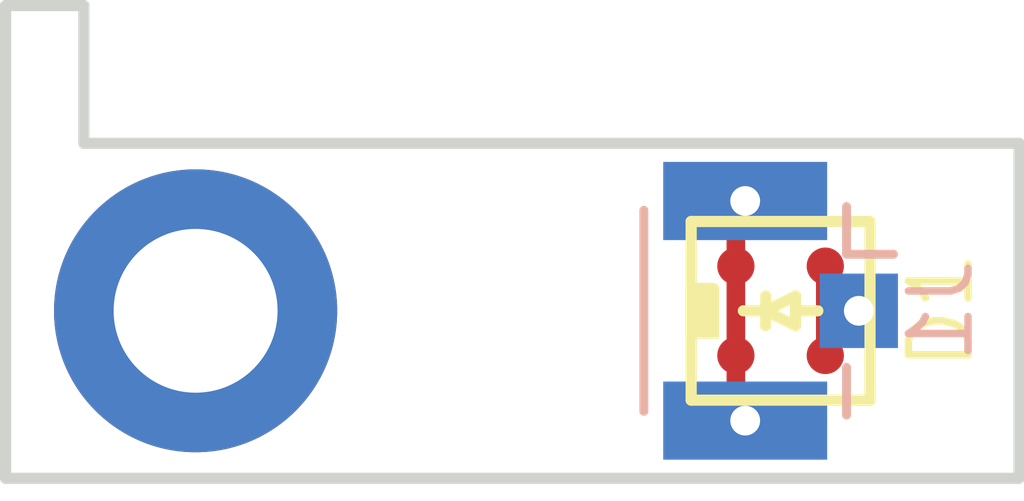
<source format=kicad_pcb>
(kicad_pcb (version 20171130) (host pcbnew "(5.1.2)-2")

  (general
    (thickness 1.6)
    (drawings 12)
    (tracks 11)
    (zones 0)
    (modules 3)
    (nets 3)
  )

  (page A4)
  (layers
    (0 F.Cu signal)
    (31 B.Cu signal)
    (32 B.Adhes user)
    (33 F.Adhes user)
    (34 B.Paste user)
    (35 F.Paste user)
    (36 B.SilkS user)
    (37 F.SilkS user)
    (38 B.Mask user)
    (39 F.Mask user)
    (40 Dwgs.User user)
    (41 Cmts.User user)
    (42 Eco1.User user)
    (43 Eco2.User user)
    (44 Edge.Cuts user)
    (45 Margin user hide)
    (46 B.CrtYd user)
    (47 F.CrtYd user)
    (48 B.Fab user hide)
    (49 F.Fab user hide)
  )

  (setup
    (last_trace_width 0.25)
    (trace_clearance 0.2)
    (zone_clearance 0.508)
    (zone_45_only no)
    (trace_min 0.2)
    (via_size 0.8)
    (via_drill 0.4)
    (via_min_size 0.4)
    (via_min_drill 0.3)
    (uvia_size 0.3)
    (uvia_drill 0.1)
    (uvias_allowed no)
    (uvia_min_size 0.2)
    (uvia_min_drill 0.1)
    (edge_width 0.15)
    (segment_width 0.15)
    (pcb_text_width 0.3)
    (pcb_text_size 1.5 1.5)
    (mod_edge_width 0.15)
    (mod_text_size 1 1)
    (mod_text_width 0.15)
    (pad_size 3.8 3.8)
    (pad_drill 2.2)
    (pad_to_mask_clearance 0.051)
    (solder_mask_min_width 0.25)
    (aux_axis_origin 0 0)
    (visible_elements 7EFFFFFF)
    (pcbplotparams
      (layerselection 0x010fc_ffffffff)
      (usegerberextensions false)
      (usegerberattributes false)
      (usegerberadvancedattributes false)
      (creategerberjobfile false)
      (excludeedgelayer true)
      (linewidth 0.100000)
      (plotframeref false)
      (viasonmask false)
      (mode 1)
      (useauxorigin false)
      (hpglpennumber 1)
      (hpglpenspeed 20)
      (hpglpendiameter 15.000000)
      (psnegative false)
      (psa4output false)
      (plotreference true)
      (plotvalue true)
      (plotinvisibletext false)
      (padsonsilk false)
      (subtractmaskfromsilk false)
      (outputformat 1)
      (mirror false)
      (drillshape 1)
      (scaleselection 1)
      (outputdirectory ""))
  )

  (net 0 "")
  (net 1 "Net-(D1-Pad2)")
  (net 2 "Net-(D1-Pad1)")

  (net_class Default "This is the default net class."
    (clearance 0.2)
    (trace_width 0.25)
    (via_dia 0.8)
    (via_drill 0.4)
    (uvia_dia 0.3)
    (uvia_drill 0.1)
    (add_net "Net-(D1-Pad1)")
    (add_net "Net-(D1-Pad2)")
  )

  (module Connector_Coaxial:U.FL_Hirose_U.FL-R-SMT-1_Vertical (layer B.Cu) (tedit 5C3B3971) (tstamp 5DB07490)
    (at 3.6 0 180)
    (descr "Hirose U.FL Coaxial https://www.hirose.com/product/en/products/U.FL/U.FL-R-SMT-1%2810%29/")
    (tags "Hirose U.FL Coaxial")
    (path /5C3B2B19)
    (attr smd)
    (fp_text reference J1 (at -2.15 0 270) (layer B.SilkS)
      (effects (font (size 0.8 0.8) (thickness 0.1)) (justify mirror))
    )
    (fp_text value Conn_Coaxial (at 5 0 90) (layer B.Fab)
      (effects (font (size 1 1) (thickness 0.15)) (justify mirror))
    )
    (fp_text user %R (at 0.475 0 270) (layer B.Fab)
      (effects (font (size 0.6 0.6) (thickness 0.09)) (justify mirror))
    )
    (fp_line (start -2.02 -1) (end -2.02 1) (layer B.CrtYd) (width 0.05))
    (fp_line (start -1.32 -1) (end -2.02 -1) (layer B.CrtYd) (width 0.05))
    (fp_line (start 2.08 -1.8) (end 2.28 -1.8) (layer B.CrtYd) (width 0.05))
    (fp_line (start 2.08 -2.5) (end 2.08 -1.8) (layer B.CrtYd) (width 0.05))
    (fp_line (start 2.28 -1.8) (end 2.28 1.8) (layer B.CrtYd) (width 0.05))
    (fp_line (start -1.32 -1.8) (end -1.12 -1.8) (layer B.CrtYd) (width 0.05))
    (fp_line (start -1.12 -2.5) (end -1.12 -1.8) (layer B.CrtYd) (width 0.05))
    (fp_line (start 2.08 -2.5) (end -1.12 -2.5) (layer B.CrtYd) (width 0.05))
    (fp_line (start 1.835 1.35) (end 1.835 -1.35) (layer B.SilkS) (width 0.12))
    (fp_line (start -0.885 0.76) (end -1.515 0.76) (layer B.SilkS) (width 0.12))
    (fp_line (start -0.885 -1.4) (end -0.885 -0.76) (layer B.SilkS) (width 0.12))
    (fp_line (start -0.925 0.3) (end -1.075 0.15) (layer B.Fab) (width 0.1))
    (fp_line (start 1.775 1.3) (end 1.375 1.3) (layer B.Fab) (width 0.1))
    (fp_line (start 1.375 1.5) (end 1.375 1.3) (layer B.Fab) (width 0.1))
    (fp_line (start -0.425 1.5) (end 1.375 1.5) (layer B.Fab) (width 0.1))
    (fp_line (start 1.775 1.3) (end 1.775 -1.3) (layer B.Fab) (width 0.1))
    (fp_line (start 1.775 -1.3) (end 1.375 -1.3) (layer B.Fab) (width 0.1))
    (fp_line (start 1.375 -1.5) (end 1.375 -1.3) (layer B.Fab) (width 0.1))
    (fp_line (start -0.425 -1.5) (end 1.375 -1.5) (layer B.Fab) (width 0.1))
    (fp_line (start -0.425 1.3) (end -0.825 1.3) (layer B.Fab) (width 0.1))
    (fp_line (start -0.425 1.5) (end -0.425 1.3) (layer B.Fab) (width 0.1))
    (fp_line (start -0.825 0.3) (end -0.825 1.3) (layer B.Fab) (width 0.1))
    (fp_line (start -0.925 0.3) (end -0.825 0.3) (layer B.Fab) (width 0.1))
    (fp_line (start -1.075 -0.3) (end -1.075 0.15) (layer B.Fab) (width 0.1))
    (fp_line (start -1.075 -0.3) (end -0.825 -0.3) (layer B.Fab) (width 0.1))
    (fp_line (start -0.825 -0.3) (end -0.825 -1.3) (layer B.Fab) (width 0.1))
    (fp_line (start -0.425 -1.3) (end -0.825 -1.3) (layer B.Fab) (width 0.1))
    (fp_line (start -0.425 -1.5) (end -0.425 -1.3) (layer B.Fab) (width 0.1))
    (fp_line (start -0.885 1.4) (end -0.885 0.76) (layer B.SilkS) (width 0.12))
    (fp_line (start 2.08 1.8) (end 2.28 1.8) (layer B.CrtYd) (width 0.05))
    (fp_line (start 2.08 1.8) (end 2.08 2.5) (layer B.CrtYd) (width 0.05))
    (fp_line (start -1.32 1) (end -1.32 1.8) (layer B.CrtYd) (width 0.05))
    (fp_line (start 2.08 2.5) (end -1.12 2.5) (layer B.CrtYd) (width 0.05))
    (fp_line (start -1.12 1.8) (end -1.12 2.5) (layer B.CrtYd) (width 0.05))
    (fp_line (start -1.32 1.8) (end -1.12 1.8) (layer B.CrtYd) (width 0.05))
    (fp_line (start -1.32 -1.8) (end -1.32 -1) (layer B.CrtYd) (width 0.05))
    (fp_line (start -1.32 1) (end -2.02 1) (layer B.CrtYd) (width 0.05))
    (pad 2 smd rect (at 0.475 -1.475 180) (size 2.2 1.05) (layers B.Cu B.Paste B.Mask)
      (net 1 "Net-(D1-Pad2)"))
    (pad 1 smd rect (at -1.05 0 180) (size 1.05 1) (layers B.Cu B.Paste B.Mask)
      (net 2 "Net-(D1-Pad1)"))
    (pad 2 smd rect (at 0.475 1.475 180) (size 2.2 1.05) (layers B.Cu B.Paste B.Mask)
      (net 1 "Net-(D1-Pad2)"))
    (model ${KISYS3DMOD}/Connector_Coaxial.3dshapes/U.FL_Hirose_U.FL-R-SMT-1_Vertical.wrl
      (offset (xyz 0.4749999928262157 0 0))
      (scale (xyz 1 1 1))
      (rotate (xyz 0 0 0))
    )
  )

  (module s13360-2050ve:S13360-2050VE (layer F.Cu) (tedit 5C711EE2) (tstamp 5DB07190)
    (at 3.6 0 270)
    (path /5C3B29EF)
    (fp_text reference D1 (at 0 -2.15 90) (layer F.SilkS)
      (effects (font (size 0.8 0.8) (thickness 0.1)))
    )
    (fp_text value S13360-2050VE (at 0 4.445 90) (layer F.Fab)
      (effects (font (size 1 1) (thickness 0.15)))
    )
    (fp_line (start 1.2 -1.2) (end -1.2 -1.2) (layer F.SilkS) (width 0.15))
    (fp_line (start -1.2 -1.2) (end -1.2 1.2) (layer F.SilkS) (width 0.15))
    (fp_line (start -1.2 1.2) (end 1.2 1.2) (layer F.SilkS) (width 0.15))
    (fp_line (start 1.2 1.2) (end 1.2 -1.2) (layer F.SilkS) (width 0.15))
    (fp_poly (pts (xy 0.3 1.2) (xy 0.3 0.9) (xy -0.3 0.9) (xy -0.3 1.2)) (layer F.SilkS) (width 0.15))
    (fp_line (start 0 -0.2) (end -0.2 -0.2) (layer F.SilkS) (width 0.15))
    (fp_line (start -0.2 -0.2) (end 0 0.2) (layer F.SilkS) (width 0.15))
    (fp_line (start 0 0.2) (end 0.2 -0.2) (layer F.SilkS) (width 0.15))
    (fp_line (start 0.2 -0.2) (end 0 -0.2) (layer F.SilkS) (width 0.15))
    (fp_line (start -0.2 0.2) (end 0.2 0.2) (layer F.SilkS) (width 0.15))
    (fp_line (start 0 0.2) (end 0 0.5) (layer F.SilkS) (width 0.15))
    (fp_line (start 0 -0.2) (end 0 -0.5) (layer F.SilkS) (width 0.15))
    (fp_line (start 1.4 1.4) (end 1.4 -1.4) (layer F.CrtYd) (width 0.05))
    (fp_line (start 1.4 -1.4) (end -1.4 -1.4) (layer F.CrtYd) (width 0.05))
    (fp_line (start -1.4 -1.4) (end -1.4 1.4) (layer F.CrtYd) (width 0.05))
    (fp_line (start -1.4 1.4) (end 1.4 1.4) (layer F.CrtYd) (width 0.05))
    (fp_line (start 1.2 1.2) (end 1.2 -1.2) (layer F.Fab) (width 0.15))
    (fp_line (start 1.2 -1.2) (end -1.2 -1.2) (layer F.Fab) (width 0.15))
    (fp_line (start -1.2 -1.2) (end -1.2 1.2) (layer F.Fab) (width 0.15))
    (fp_line (start -1.2 1.2) (end 1.2 1.2) (layer F.Fab) (width 0.15))
    (fp_poly (pts (xy -0.3 1.2) (xy -0.3 0.9) (xy 0.3 0.9) (xy 0.3 1.2)) (layer F.Fab) (width 0.15))
    (fp_text user %R (at 0 0 90) (layer F.Fab)
      (effects (font (size 1 1) (thickness 0.15)))
    )
    (pad 2 smd circle (at -0.6 0.6 270) (size 0.5 0.5) (layers F.Cu F.Paste F.Mask)
      (net 1 "Net-(D1-Pad2)"))
    (pad 2 smd circle (at 0.6 0.6 270) (size 0.5 0.5) (layers F.Cu F.Paste F.Mask)
      (net 1 "Net-(D1-Pad2)"))
    (pad 1 smd circle (at 0.6 -0.6 270) (size 0.5 0.5) (layers F.Cu F.Paste F.Mask)
      (net 2 "Net-(D1-Pad1)"))
    (pad 1 smd circle (at -0.6 -0.6 270) (size 0.5 0.5) (layers F.Cu F.Paste F.Mask)
      (net 2 "Net-(D1-Pad1)"))
    (model ${KIPRJMOD}/components/s13360-2050ve/s13360-2050ve.stp
      (at (xyz 0 0 0))
      (scale (xyz 1 1 1))
      (rotate (xyz -90 0 0))
    )
  )

  (module MountingHole:MountingHole_2.2mm_M2_ISO14580_Pad (layer F.Cu) (tedit 5C710DF7) (tstamp 5C7D8DAC)
    (at -4.25 0)
    (descr "Mounting Hole 2.2mm, M2, ISO14580")
    (tags "mounting hole 2.2mm m2 iso14580")
    (path /5C710CBA)
    (attr virtual)
    (fp_text reference H1 (at 0 -2.9) (layer F.SilkS) hide
      (effects (font (size 1 1) (thickness 0.15)))
    )
    (fp_text value MountingHole (at 3.23 6.35) (layer F.Fab)
      (effects (font (size 1 1) (thickness 0.15)))
    )
    (fp_circle (center 0 0) (end 2.15 0) (layer F.CrtYd) (width 0.05))
    (fp_circle (center 0 0) (end 1.9 0) (layer Cmts.User) (width 0.15))
    (fp_text user %R (at 0.055 0) (layer F.Fab)
      (effects (font (size 1 1) (thickness 0.15)))
    )
    (pad 1 thru_hole circle (at 0 0) (size 3.8 3.8) (drill 2.2) (layers *.Cu *.Mask))
  )

  (gr_line (start -6.8 -4.1) (end -6.8 -2.25) (layer Edge.Cuts) (width 0.15))
  (gr_line (start -5.75 -4.1) (end -6.8 -4.1) (layer Edge.Cuts) (width 0.15))
  (gr_line (start -5.75 -2.25) (end -5.75 -4.1) (layer Edge.Cuts) (width 0.15))
  (gr_text "D1\nH1\nH2" (at -8.255 6.35) (layer F.Fab)
    (effects (font (size 1 1) (thickness 0.2)))
  )
  (gr_line (start 6.8 2.25) (end 6.8 -2.25) (layer Edge.Cuts) (width 0.15))
  (gr_line (start -6.8 2.25) (end 6.8 2.25) (layer Edge.Cuts) (width 0.15))
  (gr_line (start -6.8 -2.25) (end -6.8 2.25) (layer Edge.Cuts) (width 0.15) (tstamp 5C7D8EDC))
  (gr_line (start 6.8 -2.25) (end -5.75 -2.25) (layer Edge.Cuts) (width 0.15))
  (gr_line (start 1.1 -2.5) (end 1.1 2.5) (layer F.CrtYd) (width 0.15) (tstamp 5DB07258))
  (gr_line (start 6.1 -2.5) (end 1.1 -2.5) (layer F.CrtYd) (width 0.15) (tstamp 5DB0725E))
  (gr_line (start 6.1 2.5) (end 6.1 -2.5) (layer F.CrtYd) (width 0.15) (tstamp 5DB0725B))
  (gr_line (start 1.1 2.5) (end 6.1 2.5) (layer F.CrtYd) (width 0.15) (tstamp 5DB07165))

  (segment (start 3 0.6) (end 3 -0.6) (width 0.25) (layer F.Cu) (net 1) (tstamp 5DB07171) (status 30))
  (via (at 3.125 -1.475) (size 0.8) (drill 0.4) (layers F.Cu B.Cu) (net 1) (tstamp 5DB07252) (status 30))
  (segment (start 3 -0.6) (end 3 -1.35) (width 0.25) (layer F.Cu) (net 1) (tstamp 5DB0716E) (status 10))
  (segment (start 3 -1.35) (end 3.125 -1.475) (width 0.25) (layer F.Cu) (net 1) (tstamp 5DB0716B))
  (via (at 3.125 1.475) (size 0.8) (drill 0.4) (layers F.Cu B.Cu) (net 1) (tstamp 5DB07255) (status 30))
  (segment (start 3 0.6) (end 3 1.35) (width 0.25) (layer F.Cu) (net 1) (tstamp 5DB07168) (status 10))
  (segment (start 3 1.35) (end 3.125 1.475) (width 0.25) (layer F.Cu) (net 1) (tstamp 5DB0715F))
  (via (at 4.65 0) (size 0.8) (drill 0.4) (layers F.Cu B.Cu) (net 2) (tstamp 5DB0724F) (status 30))
  (segment (start 4.2 0) (end 4.65 0) (width 0.25) (layer F.Cu) (net 2) (tstamp 5DB0715C))
  (segment (start 4.2 -0.6) (end 4.2 0) (width 0.25) (layer F.Cu) (net 2) (tstamp 5DB07159) (status 10))
  (segment (start 4.2 0) (end 4.2 0.6) (width 0.25) (layer F.Cu) (net 2) (tstamp 5DB07162) (status 20))

)

</source>
